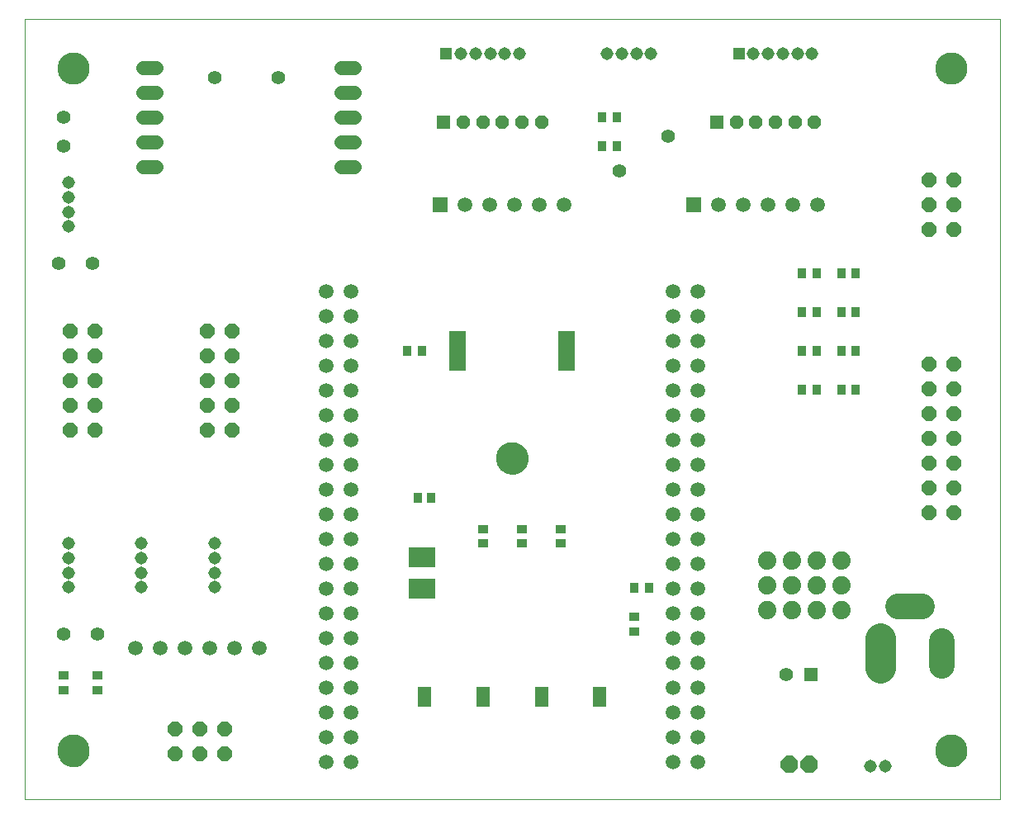
<source format=gts>
G75*
%MOIN*%
%OFA0B0*%
%FSLAX24Y24*%
%IPPOS*%
%LPD*%
%AMOC8*
5,1,8,0,0,1.08239X$1,22.5*
%
%ADD10C,0.0000*%
%ADD11C,0.1300*%
%ADD12OC8,0.0600*%
%ADD13C,0.0516*%
%ADD14C,0.1024*%
%ADD15C,0.1221*%
%ADD16C,0.0594*%
%ADD17C,0.0560*%
%ADD18R,0.0516X0.0516*%
%ADD19OC8,0.0555*%
%ADD20R,0.0555X0.0555*%
%ADD21OC8,0.0700*%
%ADD22R,0.0594X0.0594*%
%ADD23C,0.0555*%
%ADD24R,0.0670X0.1615*%
%ADD25R,0.0355X0.0434*%
%ADD26R,0.0434X0.0355*%
%ADD27C,0.0740*%
%ADD28R,0.1064X0.0827*%
%ADD29R,0.0552X0.0827*%
D10*
X000179Y000847D02*
X000179Y032343D01*
X039549Y032343D01*
X039549Y000847D01*
X000179Y000847D01*
X001517Y002816D02*
X001519Y002866D01*
X001525Y002916D01*
X001535Y002965D01*
X001549Y003013D01*
X001566Y003060D01*
X001587Y003105D01*
X001612Y003149D01*
X001640Y003190D01*
X001672Y003229D01*
X001706Y003266D01*
X001743Y003300D01*
X001783Y003330D01*
X001825Y003357D01*
X001869Y003381D01*
X001915Y003402D01*
X001962Y003418D01*
X002010Y003431D01*
X002060Y003440D01*
X002109Y003445D01*
X002160Y003446D01*
X002210Y003443D01*
X002259Y003436D01*
X002308Y003425D01*
X002356Y003410D01*
X002402Y003392D01*
X002447Y003370D01*
X002490Y003344D01*
X002531Y003315D01*
X002570Y003283D01*
X002606Y003248D01*
X002638Y003210D01*
X002668Y003170D01*
X002695Y003127D01*
X002718Y003083D01*
X002737Y003037D01*
X002753Y002989D01*
X002765Y002940D01*
X002773Y002891D01*
X002777Y002841D01*
X002777Y002791D01*
X002773Y002741D01*
X002765Y002692D01*
X002753Y002643D01*
X002737Y002595D01*
X002718Y002549D01*
X002695Y002505D01*
X002668Y002462D01*
X002638Y002422D01*
X002606Y002384D01*
X002570Y002349D01*
X002531Y002317D01*
X002490Y002288D01*
X002447Y002262D01*
X002402Y002240D01*
X002356Y002222D01*
X002308Y002207D01*
X002259Y002196D01*
X002210Y002189D01*
X002160Y002186D01*
X002109Y002187D01*
X002060Y002192D01*
X002010Y002201D01*
X001962Y002214D01*
X001915Y002230D01*
X001869Y002251D01*
X001825Y002275D01*
X001783Y002302D01*
X001743Y002332D01*
X001706Y002366D01*
X001672Y002403D01*
X001640Y002442D01*
X001612Y002483D01*
X001587Y002527D01*
X001566Y002572D01*
X001549Y002619D01*
X001535Y002667D01*
X001525Y002716D01*
X001519Y002766D01*
X001517Y002816D01*
X019234Y014627D02*
X019236Y014677D01*
X019242Y014727D01*
X019252Y014776D01*
X019266Y014824D01*
X019283Y014871D01*
X019304Y014916D01*
X019329Y014960D01*
X019357Y015001D01*
X019389Y015040D01*
X019423Y015077D01*
X019460Y015111D01*
X019500Y015141D01*
X019542Y015168D01*
X019586Y015192D01*
X019632Y015213D01*
X019679Y015229D01*
X019727Y015242D01*
X019777Y015251D01*
X019826Y015256D01*
X019877Y015257D01*
X019927Y015254D01*
X019976Y015247D01*
X020025Y015236D01*
X020073Y015221D01*
X020119Y015203D01*
X020164Y015181D01*
X020207Y015155D01*
X020248Y015126D01*
X020287Y015094D01*
X020323Y015059D01*
X020355Y015021D01*
X020385Y014981D01*
X020412Y014938D01*
X020435Y014894D01*
X020454Y014848D01*
X020470Y014800D01*
X020482Y014751D01*
X020490Y014702D01*
X020494Y014652D01*
X020494Y014602D01*
X020490Y014552D01*
X020482Y014503D01*
X020470Y014454D01*
X020454Y014406D01*
X020435Y014360D01*
X020412Y014316D01*
X020385Y014273D01*
X020355Y014233D01*
X020323Y014195D01*
X020287Y014160D01*
X020248Y014128D01*
X020207Y014099D01*
X020164Y014073D01*
X020119Y014051D01*
X020073Y014033D01*
X020025Y014018D01*
X019976Y014007D01*
X019927Y014000D01*
X019877Y013997D01*
X019826Y013998D01*
X019777Y014003D01*
X019727Y014012D01*
X019679Y014025D01*
X019632Y014041D01*
X019586Y014062D01*
X019542Y014086D01*
X019500Y014113D01*
X019460Y014143D01*
X019423Y014177D01*
X019389Y014214D01*
X019357Y014253D01*
X019329Y014294D01*
X019304Y014338D01*
X019283Y014383D01*
X019266Y014430D01*
X019252Y014478D01*
X019242Y014527D01*
X019236Y014577D01*
X019234Y014627D01*
X036950Y002816D02*
X036952Y002866D01*
X036958Y002916D01*
X036968Y002965D01*
X036982Y003013D01*
X036999Y003060D01*
X037020Y003105D01*
X037045Y003149D01*
X037073Y003190D01*
X037105Y003229D01*
X037139Y003266D01*
X037176Y003300D01*
X037216Y003330D01*
X037258Y003357D01*
X037302Y003381D01*
X037348Y003402D01*
X037395Y003418D01*
X037443Y003431D01*
X037493Y003440D01*
X037542Y003445D01*
X037593Y003446D01*
X037643Y003443D01*
X037692Y003436D01*
X037741Y003425D01*
X037789Y003410D01*
X037835Y003392D01*
X037880Y003370D01*
X037923Y003344D01*
X037964Y003315D01*
X038003Y003283D01*
X038039Y003248D01*
X038071Y003210D01*
X038101Y003170D01*
X038128Y003127D01*
X038151Y003083D01*
X038170Y003037D01*
X038186Y002989D01*
X038198Y002940D01*
X038206Y002891D01*
X038210Y002841D01*
X038210Y002791D01*
X038206Y002741D01*
X038198Y002692D01*
X038186Y002643D01*
X038170Y002595D01*
X038151Y002549D01*
X038128Y002505D01*
X038101Y002462D01*
X038071Y002422D01*
X038039Y002384D01*
X038003Y002349D01*
X037964Y002317D01*
X037923Y002288D01*
X037880Y002262D01*
X037835Y002240D01*
X037789Y002222D01*
X037741Y002207D01*
X037692Y002196D01*
X037643Y002189D01*
X037593Y002186D01*
X037542Y002187D01*
X037493Y002192D01*
X037443Y002201D01*
X037395Y002214D01*
X037348Y002230D01*
X037302Y002251D01*
X037258Y002275D01*
X037216Y002302D01*
X037176Y002332D01*
X037139Y002366D01*
X037105Y002403D01*
X037073Y002442D01*
X037045Y002483D01*
X037020Y002527D01*
X036999Y002572D01*
X036982Y002619D01*
X036968Y002667D01*
X036958Y002716D01*
X036952Y002766D01*
X036950Y002816D01*
X036950Y030375D02*
X036952Y030425D01*
X036958Y030475D01*
X036968Y030524D01*
X036982Y030572D01*
X036999Y030619D01*
X037020Y030664D01*
X037045Y030708D01*
X037073Y030749D01*
X037105Y030788D01*
X037139Y030825D01*
X037176Y030859D01*
X037216Y030889D01*
X037258Y030916D01*
X037302Y030940D01*
X037348Y030961D01*
X037395Y030977D01*
X037443Y030990D01*
X037493Y030999D01*
X037542Y031004D01*
X037593Y031005D01*
X037643Y031002D01*
X037692Y030995D01*
X037741Y030984D01*
X037789Y030969D01*
X037835Y030951D01*
X037880Y030929D01*
X037923Y030903D01*
X037964Y030874D01*
X038003Y030842D01*
X038039Y030807D01*
X038071Y030769D01*
X038101Y030729D01*
X038128Y030686D01*
X038151Y030642D01*
X038170Y030596D01*
X038186Y030548D01*
X038198Y030499D01*
X038206Y030450D01*
X038210Y030400D01*
X038210Y030350D01*
X038206Y030300D01*
X038198Y030251D01*
X038186Y030202D01*
X038170Y030154D01*
X038151Y030108D01*
X038128Y030064D01*
X038101Y030021D01*
X038071Y029981D01*
X038039Y029943D01*
X038003Y029908D01*
X037964Y029876D01*
X037923Y029847D01*
X037880Y029821D01*
X037835Y029799D01*
X037789Y029781D01*
X037741Y029766D01*
X037692Y029755D01*
X037643Y029748D01*
X037593Y029745D01*
X037542Y029746D01*
X037493Y029751D01*
X037443Y029760D01*
X037395Y029773D01*
X037348Y029789D01*
X037302Y029810D01*
X037258Y029834D01*
X037216Y029861D01*
X037176Y029891D01*
X037139Y029925D01*
X037105Y029962D01*
X037073Y030001D01*
X037045Y030042D01*
X037020Y030086D01*
X036999Y030131D01*
X036982Y030178D01*
X036968Y030226D01*
X036958Y030275D01*
X036952Y030325D01*
X036950Y030375D01*
X001517Y030375D02*
X001519Y030425D01*
X001525Y030475D01*
X001535Y030524D01*
X001549Y030572D01*
X001566Y030619D01*
X001587Y030664D01*
X001612Y030708D01*
X001640Y030749D01*
X001672Y030788D01*
X001706Y030825D01*
X001743Y030859D01*
X001783Y030889D01*
X001825Y030916D01*
X001869Y030940D01*
X001915Y030961D01*
X001962Y030977D01*
X002010Y030990D01*
X002060Y030999D01*
X002109Y031004D01*
X002160Y031005D01*
X002210Y031002D01*
X002259Y030995D01*
X002308Y030984D01*
X002356Y030969D01*
X002402Y030951D01*
X002447Y030929D01*
X002490Y030903D01*
X002531Y030874D01*
X002570Y030842D01*
X002606Y030807D01*
X002638Y030769D01*
X002668Y030729D01*
X002695Y030686D01*
X002718Y030642D01*
X002737Y030596D01*
X002753Y030548D01*
X002765Y030499D01*
X002773Y030450D01*
X002777Y030400D01*
X002777Y030350D01*
X002773Y030300D01*
X002765Y030251D01*
X002753Y030202D01*
X002737Y030154D01*
X002718Y030108D01*
X002695Y030064D01*
X002668Y030021D01*
X002638Y029981D01*
X002606Y029943D01*
X002570Y029908D01*
X002531Y029876D01*
X002490Y029847D01*
X002447Y029821D01*
X002402Y029799D01*
X002356Y029781D01*
X002308Y029766D01*
X002259Y029755D01*
X002210Y029748D01*
X002160Y029745D01*
X002109Y029746D01*
X002060Y029751D01*
X002010Y029760D01*
X001962Y029773D01*
X001915Y029789D01*
X001869Y029810D01*
X001825Y029834D01*
X001783Y029861D01*
X001743Y029891D01*
X001706Y029925D01*
X001672Y029962D01*
X001640Y030001D01*
X001612Y030042D01*
X001587Y030086D01*
X001566Y030131D01*
X001549Y030178D01*
X001535Y030226D01*
X001525Y030275D01*
X001519Y030325D01*
X001517Y030375D01*
D11*
X002147Y030375D03*
X019864Y014627D03*
X037580Y002816D03*
X037580Y030375D03*
X002147Y002816D03*
D12*
X006265Y002709D03*
X007265Y002709D03*
X008265Y002709D03*
X008265Y003709D03*
X007265Y003709D03*
X006265Y003709D03*
X007553Y015776D03*
X008553Y015776D03*
X008553Y016776D03*
X007553Y016776D03*
X007553Y017776D03*
X008553Y017776D03*
X008553Y018776D03*
X007553Y018776D03*
X007553Y019776D03*
X008553Y019776D03*
X003041Y019776D03*
X002041Y019776D03*
X002041Y018776D03*
X003041Y018776D03*
X003041Y017776D03*
X002041Y017776D03*
X002041Y016776D03*
X003041Y016776D03*
X003041Y015776D03*
X002041Y015776D03*
X036687Y015414D03*
X037687Y015414D03*
X037687Y014414D03*
X036687Y014414D03*
X036687Y013414D03*
X037687Y013414D03*
X037687Y012414D03*
X036687Y012414D03*
X036687Y016414D03*
X037687Y016414D03*
X037687Y017414D03*
X036687Y017414D03*
X036687Y018414D03*
X037687Y018414D03*
X037687Y023863D03*
X036687Y023863D03*
X036687Y024863D03*
X037687Y024863D03*
X037687Y025863D03*
X036687Y025863D03*
D13*
X031970Y030965D03*
X031380Y030965D03*
X030789Y030965D03*
X030198Y030965D03*
X029608Y030965D03*
X025474Y030965D03*
X024883Y030965D03*
X024293Y030965D03*
X023702Y030965D03*
X020159Y030965D03*
X019569Y030965D03*
X018978Y030965D03*
X018387Y030965D03*
X017797Y030965D03*
X001950Y025749D03*
X001950Y025158D03*
X001950Y024568D03*
X001950Y023977D03*
X001950Y011182D03*
X001950Y010591D03*
X001950Y010001D03*
X001950Y009410D03*
X004903Y009410D03*
X004903Y010001D03*
X004903Y010591D03*
X004903Y011182D03*
X007856Y011182D03*
X007856Y010591D03*
X007856Y010001D03*
X007856Y009410D03*
X034329Y002197D03*
X034919Y002197D03*
D14*
X037187Y006261D02*
X037187Y007245D01*
X036399Y008643D02*
X035415Y008643D01*
D15*
X034726Y007343D02*
X034726Y006162D01*
D16*
X027364Y006371D03*
X026364Y006371D03*
X026364Y007371D03*
X027364Y007371D03*
X027364Y008371D03*
X026364Y008371D03*
X026364Y009371D03*
X027364Y009371D03*
X027364Y010371D03*
X026364Y010371D03*
X026364Y011371D03*
X027364Y011371D03*
X027364Y012371D03*
X026364Y012371D03*
X026364Y013371D03*
X027364Y013371D03*
X027364Y014371D03*
X026364Y014371D03*
X026364Y015371D03*
X027364Y015371D03*
X027364Y016371D03*
X026364Y016371D03*
X026364Y017371D03*
X027364Y017371D03*
X027364Y018371D03*
X026364Y018371D03*
X026364Y019371D03*
X027364Y019371D03*
X027364Y020371D03*
X026364Y020371D03*
X026364Y021371D03*
X027364Y021371D03*
X028206Y024863D03*
X029206Y024863D03*
X030206Y024863D03*
X031206Y024863D03*
X032206Y024863D03*
X021970Y024863D03*
X020970Y024863D03*
X019970Y024863D03*
X018970Y024863D03*
X017970Y024863D03*
X013364Y021371D03*
X013364Y020371D03*
X013364Y019371D03*
X013364Y018371D03*
X013364Y017371D03*
X013364Y016371D03*
X013364Y015371D03*
X013364Y014371D03*
X013364Y013371D03*
X013364Y012371D03*
X012364Y012371D03*
X012364Y013371D03*
X012364Y014371D03*
X012364Y015371D03*
X012364Y016371D03*
X012364Y017371D03*
X012364Y018371D03*
X012364Y019371D03*
X012364Y020371D03*
X012364Y021371D03*
X012364Y011371D03*
X013364Y011371D03*
X013364Y010371D03*
X013364Y009371D03*
X013364Y008371D03*
X013364Y007371D03*
X013364Y006371D03*
X013364Y005371D03*
X013364Y004371D03*
X013364Y003371D03*
X013364Y002371D03*
X012364Y002371D03*
X012364Y003371D03*
X012364Y004371D03*
X012364Y005371D03*
X012364Y006371D03*
X012364Y007371D03*
X012364Y008371D03*
X012364Y009371D03*
X012364Y010371D03*
X009675Y006950D03*
X008675Y006950D03*
X007675Y006950D03*
X006675Y006950D03*
X005675Y006950D03*
X004675Y006950D03*
X026364Y005371D03*
X027364Y005371D03*
X027364Y004371D03*
X026364Y004371D03*
X026364Y003371D03*
X027364Y003371D03*
X027364Y002371D03*
X026364Y002371D03*
D17*
X013494Y026406D02*
X012974Y026406D01*
X012974Y027406D02*
X013494Y027406D01*
X013494Y028406D02*
X012974Y028406D01*
X012974Y029406D02*
X013494Y029406D01*
X013494Y030406D02*
X012974Y030406D01*
X005494Y030406D02*
X004974Y030406D01*
X004974Y029406D02*
X005494Y029406D01*
X005494Y028406D02*
X004974Y028406D01*
X004974Y027406D02*
X005494Y027406D01*
X005494Y026406D02*
X004974Y026406D01*
D18*
X017206Y030965D03*
X029017Y030965D03*
D19*
X028919Y028209D03*
X029706Y028209D03*
X030494Y028209D03*
X031281Y028209D03*
X032069Y028209D03*
X021045Y028209D03*
X020257Y028209D03*
X019470Y028209D03*
X018683Y028209D03*
X017895Y028209D03*
D20*
X017108Y028209D03*
X028131Y028209D03*
X031929Y005897D03*
D21*
X031862Y002265D03*
X031075Y002265D03*
D22*
X027206Y024863D03*
X016970Y024863D03*
D23*
X010415Y029981D03*
X007856Y029981D03*
X001754Y028406D03*
X001754Y027225D03*
X001557Y022501D03*
X002935Y022501D03*
X003131Y007540D03*
X001754Y007540D03*
X024194Y026241D03*
X026163Y027619D03*
X030929Y005897D03*
D24*
X022069Y018957D03*
X017659Y018957D03*
D25*
X016222Y018957D03*
X015631Y018957D03*
X016045Y013013D03*
X016596Y013013D03*
X024805Y009391D03*
X025395Y009391D03*
X031576Y017383D03*
X032167Y017383D03*
X033151Y017383D03*
X033742Y017383D03*
X033742Y018957D03*
X033151Y018957D03*
X032167Y018957D03*
X031576Y018957D03*
X031576Y020532D03*
X032167Y020532D03*
X033151Y020532D03*
X033742Y020532D03*
X033742Y022107D03*
X033151Y022107D03*
X032167Y022107D03*
X031576Y022107D03*
X024096Y027225D03*
X023506Y027225D03*
X023506Y028406D03*
X024096Y028406D03*
D26*
X021832Y011772D03*
X021832Y011182D03*
X020257Y011182D03*
X020257Y011772D03*
X018683Y011772D03*
X018683Y011182D03*
X024785Y008229D03*
X024785Y007639D03*
X003131Y005867D03*
X003131Y005276D03*
X001754Y005276D03*
X001754Y005867D03*
D27*
X030175Y008509D03*
X030175Y009509D03*
X030175Y010509D03*
X031175Y010509D03*
X032175Y010509D03*
X033175Y010509D03*
X033175Y009509D03*
X032175Y009509D03*
X031175Y009509D03*
X031175Y008509D03*
X032175Y008509D03*
X033175Y008509D03*
D28*
X016242Y009351D03*
X016242Y010611D03*
D29*
X016320Y004981D03*
X018683Y004981D03*
X021045Y004981D03*
X023407Y004981D03*
M02*

</source>
